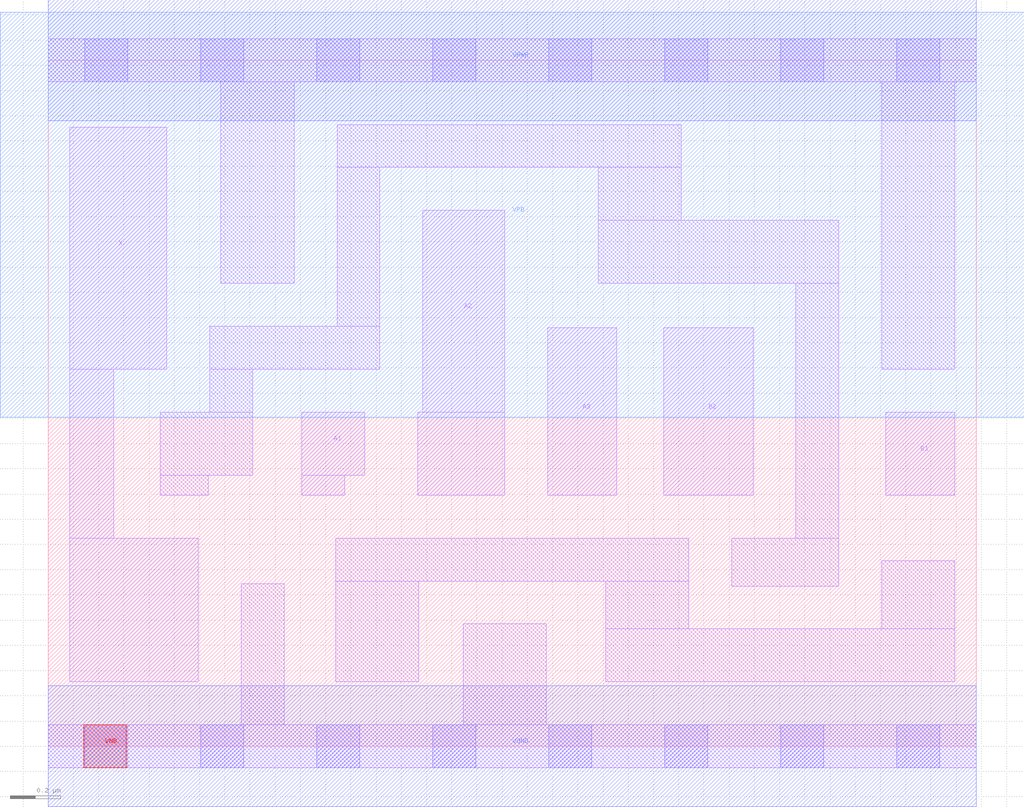
<source format=lef>
# Copyright 2020 The SkyWater PDK Authors
#
# Licensed under the Apache License, Version 2.0 (the "License");
# you may not use this file except in compliance with the License.
# You may obtain a copy of the License at
#
#     https://www.apache.org/licenses/LICENSE-2.0
#
# Unless required by applicable law or agreed to in writing, software
# distributed under the License is distributed on an "AS IS" BASIS,
# WITHOUT WARRANTIES OR CONDITIONS OF ANY KIND, either express or implied.
# See the License for the specific language governing permissions and
# limitations under the License.
#
# SPDX-License-Identifier: Apache-2.0

VERSION 5.7 ;
  NOWIREEXTENSIONATPIN ON ;
  DIVIDERCHAR "/" ;
  BUSBITCHARS "[]" ;
MACRO sky130_fd_sc_hd__o32a_1
  CLASS CORE ;
  FOREIGN sky130_fd_sc_hd__o32a_1 ;
  ORIGIN  0.000000  0.000000 ;
  SIZE  3.680000 BY  2.720000 ;
  SYMMETRY X Y R90 ;
  SITE unithd ;
  PIN A1
    ANTENNAGATEAREA  0.247500 ;
    DIRECTION INPUT ;
    USE SIGNAL ;
    PORT
      LAYER li1 ;
        RECT 1.005000 0.995000 1.175000 1.075000 ;
        RECT 1.005000 1.075000 1.255000 1.325000 ;
    END
  END A1
  PIN A2
    ANTENNAGATEAREA  0.247500 ;
    DIRECTION INPUT ;
    USE SIGNAL ;
    PORT
      LAYER li1 ;
        RECT 1.465000 0.995000 1.810000 1.325000 ;
        RECT 1.485000 1.325000 1.810000 2.125000 ;
    END
  END A2
  PIN A3
    ANTENNAGATEAREA  0.247500 ;
    DIRECTION INPUT ;
    USE SIGNAL ;
    PORT
      LAYER li1 ;
        RECT 1.980000 0.995000 2.255000 1.660000 ;
    END
  END A3
  PIN B1
    ANTENNAGATEAREA  0.247500 ;
    DIRECTION INPUT ;
    USE SIGNAL ;
    PORT
      LAYER li1 ;
        RECT 3.320000 0.995000 3.595000 1.325000 ;
    END
  END B1
  PIN B2
    ANTENNAGATEAREA  0.247500 ;
    DIRECTION INPUT ;
    USE SIGNAL ;
    PORT
      LAYER li1 ;
        RECT 2.440000 0.995000 2.795000 1.660000 ;
    END
  END B2
  PIN VNB
    PORT
      LAYER pwell ;
        RECT 0.140000 -0.085000 0.310000 0.085000 ;
    END
  END VNB
  PIN VPB
    PORT
      LAYER nwell ;
        RECT -0.190000 1.305000 3.870000 2.910000 ;
    END
  END VPB
  PIN X
    ANTENNADIFFAREA  0.504000 ;
    DIRECTION OUTPUT ;
    USE SIGNAL ;
    PORT
      LAYER li1 ;
        RECT 0.085000 0.255000 0.595000 0.825000 ;
        RECT 0.085000 0.825000 0.260000 1.495000 ;
        RECT 0.085000 1.495000 0.470000 2.455000 ;
    END
  END X
  PIN VGND
    DIRECTION INOUT ;
    SHAPE ABUTMENT ;
    USE GROUND ;
    PORT
      LAYER met1 ;
        RECT 0.000000 -0.240000 3.680000 0.240000 ;
    END
  END VGND
  PIN VPWR
    DIRECTION INOUT ;
    SHAPE ABUTMENT ;
    USE POWER ;
    PORT
      LAYER met1 ;
        RECT 0.000000 2.480000 3.680000 2.960000 ;
    END
  END VPWR
  OBS
    LAYER li1 ;
      RECT 0.000000 -0.085000 3.680000 0.085000 ;
      RECT 0.000000  2.635000 3.680000 2.805000 ;
      RECT 0.445000  0.995000 0.635000 1.075000 ;
      RECT 0.445000  1.075000 0.810000 1.325000 ;
      RECT 0.640000  1.325000 0.810000 1.495000 ;
      RECT 0.640000  1.495000 1.315000 1.665000 ;
      RECT 0.685000  1.835000 0.975000 2.635000 ;
      RECT 0.765000  0.085000 0.935000 0.645000 ;
      RECT 1.140000  0.255000 1.470000 0.655000 ;
      RECT 1.140000  0.655000 2.540000 0.825000 ;
      RECT 1.145000  1.665000 1.315000 2.295000 ;
      RECT 1.145000  2.295000 2.510000 2.465000 ;
      RECT 1.645000  0.085000 1.975000 0.485000 ;
      RECT 2.180000  1.835000 3.135000 2.085000 ;
      RECT 2.180000  2.085000 2.510000 2.295000 ;
      RECT 2.210000  0.255000 3.595000 0.465000 ;
      RECT 2.210000  0.465000 2.540000 0.655000 ;
      RECT 2.710000  0.635000 3.135000 0.825000 ;
      RECT 2.965000  0.825000 3.135000 1.835000 ;
      RECT 3.305000  0.465000 3.595000 0.735000 ;
      RECT 3.305000  1.495000 3.595000 2.635000 ;
    LAYER mcon ;
      RECT 0.145000 -0.085000 0.315000 0.085000 ;
      RECT 0.145000  2.635000 0.315000 2.805000 ;
      RECT 0.605000 -0.085000 0.775000 0.085000 ;
      RECT 0.605000  2.635000 0.775000 2.805000 ;
      RECT 1.065000 -0.085000 1.235000 0.085000 ;
      RECT 1.065000  2.635000 1.235000 2.805000 ;
      RECT 1.525000 -0.085000 1.695000 0.085000 ;
      RECT 1.525000  2.635000 1.695000 2.805000 ;
      RECT 1.985000 -0.085000 2.155000 0.085000 ;
      RECT 1.985000  2.635000 2.155000 2.805000 ;
      RECT 2.445000 -0.085000 2.615000 0.085000 ;
      RECT 2.445000  2.635000 2.615000 2.805000 ;
      RECT 2.905000 -0.085000 3.075000 0.085000 ;
      RECT 2.905000  2.635000 3.075000 2.805000 ;
      RECT 3.365000 -0.085000 3.535000 0.085000 ;
      RECT 3.365000  2.635000 3.535000 2.805000 ;
  END
END sky130_fd_sc_hd__o32a_1
END LIBRARY

</source>
